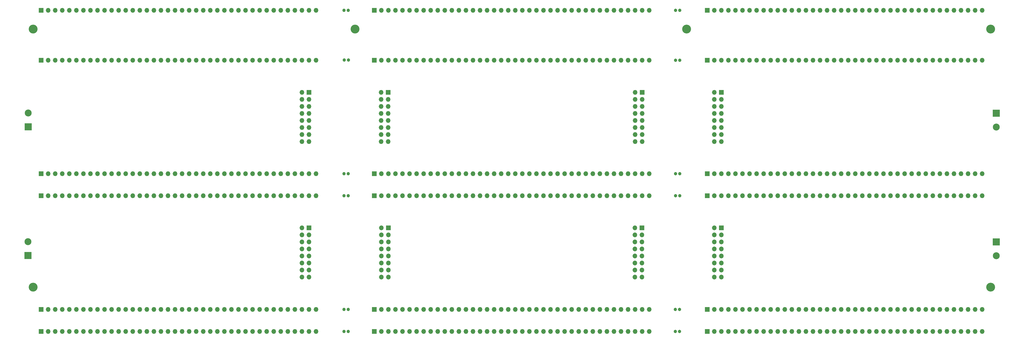
<source format=gbs>
G04 #@! TF.GenerationSoftware,KiCad,Pcbnew,(5.1.9)-1*
G04 #@! TF.CreationDate,2022-11-18T18:44:01-05:00*
G04 #@! TF.ProjectId,backplane,6261636b-706c-4616-9e65-2e6b69636164,rev?*
G04 #@! TF.SameCoordinates,Original*
G04 #@! TF.FileFunction,Soldermask,Bot*
G04 #@! TF.FilePolarity,Negative*
%FSLAX46Y46*%
G04 Gerber Fmt 4.6, Leading zero omitted, Abs format (unit mm)*
G04 Created by KiCad (PCBNEW (5.1.9)-1) date 2022-11-18 18:44:01*
%MOMM*%
%LPD*%
G01*
G04 APERTURE LIST*
%ADD10C,2.500000*%
%ADD11R,2.500000X2.500000*%
%ADD12C,3.200000*%
%ADD13C,1.200000*%
%ADD14O,1.700000X1.700000*%
%ADD15R,1.700000X1.700000*%
G04 APERTURE END LIST*
D10*
X391910000Y-135650000D03*
D11*
X391910000Y-130650000D03*
D10*
X391950000Y-89120000D03*
D11*
X391950000Y-84120000D03*
D10*
X43000000Y-130550000D03*
D11*
X43000000Y-135550000D03*
D10*
X43100000Y-84110000D03*
D11*
X43100000Y-89110000D03*
D12*
X280400000Y-53800000D03*
X160900000Y-53800000D03*
X389900000Y-147000000D03*
X44900000Y-147000000D03*
X44900000Y-53800000D03*
X389900000Y-53800000D03*
D13*
X277800000Y-163000000D03*
X276300000Y-163000000D03*
X277800000Y-155000000D03*
X276300000Y-155000000D03*
X277900000Y-114000000D03*
X276400000Y-114000000D03*
X277900000Y-106000000D03*
X276400000Y-106000000D03*
X277900000Y-65000000D03*
X276400000Y-65000000D03*
X277900000Y-47000000D03*
X276400000Y-47000000D03*
X158400000Y-163000000D03*
X156900000Y-163000000D03*
X158400000Y-155000000D03*
X156900000Y-155000000D03*
X158400000Y-114000000D03*
X156900000Y-114000000D03*
X158400000Y-106000000D03*
X156900000Y-106000000D03*
X158500000Y-64900000D03*
X157000000Y-64900000D03*
X158400000Y-47000000D03*
X156900000Y-47000000D03*
D14*
X290360000Y-143380000D03*
X292900000Y-143380000D03*
X290360000Y-140840000D03*
X292900000Y-140840000D03*
X290360000Y-138300000D03*
X292900000Y-138300000D03*
X290360000Y-135760000D03*
X292900000Y-135760000D03*
X290360000Y-133220000D03*
X292900000Y-133220000D03*
X290360000Y-130680000D03*
X292900000Y-130680000D03*
X290360000Y-128140000D03*
X292900000Y-128140000D03*
X290360000Y-125600000D03*
D15*
X292900000Y-125600000D03*
D14*
X261760000Y-143380000D03*
X264300000Y-143380000D03*
X261760000Y-140840000D03*
X264300000Y-140840000D03*
X261760000Y-138300000D03*
X264300000Y-138300000D03*
X261760000Y-135760000D03*
X264300000Y-135760000D03*
X261760000Y-133220000D03*
X264300000Y-133220000D03*
X261760000Y-130680000D03*
X264300000Y-130680000D03*
X261760000Y-128140000D03*
X264300000Y-128140000D03*
X261760000Y-125600000D03*
D15*
X264300000Y-125600000D03*
D14*
X170360000Y-143380000D03*
X172900000Y-143380000D03*
X170360000Y-140840000D03*
X172900000Y-140840000D03*
X170360000Y-138300000D03*
X172900000Y-138300000D03*
X170360000Y-135760000D03*
X172900000Y-135760000D03*
X170360000Y-133220000D03*
X172900000Y-133220000D03*
X170360000Y-130680000D03*
X172900000Y-130680000D03*
X170360000Y-128140000D03*
X172900000Y-128140000D03*
X170360000Y-125600000D03*
D15*
X172900000Y-125600000D03*
D14*
X141760000Y-143380000D03*
X144300000Y-143380000D03*
X141760000Y-140840000D03*
X144300000Y-140840000D03*
X141760000Y-138300000D03*
X144300000Y-138300000D03*
X141760000Y-135760000D03*
X144300000Y-135760000D03*
X141760000Y-133220000D03*
X144300000Y-133220000D03*
X141760000Y-130680000D03*
X144300000Y-130680000D03*
X141760000Y-128140000D03*
X144300000Y-128140000D03*
X141760000Y-125600000D03*
D15*
X144300000Y-125600000D03*
D14*
X290360000Y-94380000D03*
X292900000Y-94380000D03*
X290360000Y-91840000D03*
X292900000Y-91840000D03*
X290360000Y-89300000D03*
X292900000Y-89300000D03*
X290360000Y-86760000D03*
X292900000Y-86760000D03*
X290360000Y-84220000D03*
X292900000Y-84220000D03*
X290360000Y-81680000D03*
X292900000Y-81680000D03*
X290360000Y-79140000D03*
X292900000Y-79140000D03*
X290360000Y-76600000D03*
D15*
X292900000Y-76600000D03*
D14*
X261800000Y-94380000D03*
X264340000Y-94380000D03*
X261800000Y-91840000D03*
X264340000Y-91840000D03*
X261800000Y-89300000D03*
X264340000Y-89300000D03*
X261800000Y-86760000D03*
X264340000Y-86760000D03*
X261800000Y-84220000D03*
X264340000Y-84220000D03*
X261800000Y-81680000D03*
X264340000Y-81680000D03*
X261800000Y-79140000D03*
X264340000Y-79140000D03*
X261800000Y-76600000D03*
D15*
X264340000Y-76600000D03*
D14*
X170260000Y-94380000D03*
X172800000Y-94380000D03*
X170260000Y-91840000D03*
X172800000Y-91840000D03*
X170260000Y-89300000D03*
X172800000Y-89300000D03*
X170260000Y-86760000D03*
X172800000Y-86760000D03*
X170260000Y-84220000D03*
X172800000Y-84220000D03*
X170260000Y-81680000D03*
X172800000Y-81680000D03*
X170260000Y-79140000D03*
X172800000Y-79140000D03*
X170260000Y-76600000D03*
D15*
X172800000Y-76600000D03*
D14*
X386860000Y-47000000D03*
X384320000Y-47000000D03*
X381780000Y-47000000D03*
X379240000Y-47000000D03*
X376700000Y-47000000D03*
X374160000Y-47000000D03*
X371620000Y-47000000D03*
X369080000Y-47000000D03*
X366540000Y-47000000D03*
X364000000Y-47000000D03*
X361460000Y-47000000D03*
X358920000Y-47000000D03*
X356380000Y-47000000D03*
X353840000Y-47000000D03*
X351300000Y-47000000D03*
X348760000Y-47000000D03*
X346220000Y-47000000D03*
X343680000Y-47000000D03*
X341140000Y-47000000D03*
X338600000Y-47000000D03*
X336060000Y-47000000D03*
X333520000Y-47000000D03*
X330980000Y-47000000D03*
X328440000Y-47000000D03*
X325900000Y-47000000D03*
X323360000Y-47000000D03*
X320820000Y-47000000D03*
X318280000Y-47000000D03*
X315740000Y-47000000D03*
X313200000Y-47000000D03*
X310660000Y-47000000D03*
X308120000Y-47000000D03*
X305580000Y-47000000D03*
X303040000Y-47000000D03*
X300500000Y-47000000D03*
X297960000Y-47000000D03*
X295420000Y-47000000D03*
X292880000Y-47000000D03*
X290340000Y-47000000D03*
D15*
X287800000Y-47000000D03*
D14*
X386860000Y-65000000D03*
X384320000Y-65000000D03*
X381780000Y-65000000D03*
X379240000Y-65000000D03*
X376700000Y-65000000D03*
X374160000Y-65000000D03*
X371620000Y-65000000D03*
X369080000Y-65000000D03*
X366540000Y-65000000D03*
X364000000Y-65000000D03*
X361460000Y-65000000D03*
X358920000Y-65000000D03*
X356380000Y-65000000D03*
X353840000Y-65000000D03*
X351300000Y-65000000D03*
X348760000Y-65000000D03*
X346220000Y-65000000D03*
X343680000Y-65000000D03*
X341140000Y-65000000D03*
X338600000Y-65000000D03*
X336060000Y-65000000D03*
X333520000Y-65000000D03*
X330980000Y-65000000D03*
X328440000Y-65000000D03*
X325900000Y-65000000D03*
X323360000Y-65000000D03*
X320820000Y-65000000D03*
X318280000Y-65000000D03*
X315740000Y-65000000D03*
X313200000Y-65000000D03*
X310660000Y-65000000D03*
X308120000Y-65000000D03*
X305580000Y-65000000D03*
X303040000Y-65000000D03*
X300500000Y-65000000D03*
X297960000Y-65000000D03*
X295420000Y-65000000D03*
X292880000Y-65000000D03*
X290340000Y-65000000D03*
D15*
X287800000Y-65000000D03*
D14*
X386860000Y-106000000D03*
X384320000Y-106000000D03*
X381780000Y-106000000D03*
X379240000Y-106000000D03*
X376700000Y-106000000D03*
X374160000Y-106000000D03*
X371620000Y-106000000D03*
X369080000Y-106000000D03*
X366540000Y-106000000D03*
X364000000Y-106000000D03*
X361460000Y-106000000D03*
X358920000Y-106000000D03*
X356380000Y-106000000D03*
X353840000Y-106000000D03*
X351300000Y-106000000D03*
X348760000Y-106000000D03*
X346220000Y-106000000D03*
X343680000Y-106000000D03*
X341140000Y-106000000D03*
X338600000Y-106000000D03*
X336060000Y-106000000D03*
X333520000Y-106000000D03*
X330980000Y-106000000D03*
X328440000Y-106000000D03*
X325900000Y-106000000D03*
X323360000Y-106000000D03*
X320820000Y-106000000D03*
X318280000Y-106000000D03*
X315740000Y-106000000D03*
X313200000Y-106000000D03*
X310660000Y-106000000D03*
X308120000Y-106000000D03*
X305580000Y-106000000D03*
X303040000Y-106000000D03*
X300500000Y-106000000D03*
X297960000Y-106000000D03*
X295420000Y-106000000D03*
X292880000Y-106000000D03*
X290340000Y-106000000D03*
D15*
X287800000Y-106000000D03*
D14*
X386861040Y-114000000D03*
X384321040Y-114000000D03*
X381781040Y-114000000D03*
X379241040Y-114000000D03*
X376701040Y-114000000D03*
X374161040Y-114000000D03*
X371621040Y-114000000D03*
X369081040Y-114000000D03*
X366541040Y-114000000D03*
X364001040Y-114000000D03*
X361461040Y-114000000D03*
X358921040Y-114000000D03*
X356381040Y-114000000D03*
X353841040Y-114000000D03*
X351301040Y-114000000D03*
X348761040Y-114000000D03*
X346221040Y-114000000D03*
X343681040Y-114000000D03*
X341141040Y-114000000D03*
X338601040Y-114000000D03*
X336061040Y-114000000D03*
X333521040Y-114000000D03*
X330981040Y-114000000D03*
X328441040Y-114000000D03*
X325901040Y-114000000D03*
X323361040Y-114000000D03*
X320821040Y-114000000D03*
X318281040Y-114000000D03*
X315741040Y-114000000D03*
X313201040Y-114000000D03*
X310661040Y-114000000D03*
X308121040Y-114000000D03*
X305581040Y-114000000D03*
X303041040Y-114000000D03*
X300501040Y-114000000D03*
X297961040Y-114000000D03*
X295421040Y-114000000D03*
X292881040Y-114000000D03*
X290341040Y-114000000D03*
D15*
X287801040Y-114000000D03*
D14*
X386860000Y-155000000D03*
X384320000Y-155000000D03*
X381780000Y-155000000D03*
X379240000Y-155000000D03*
X376700000Y-155000000D03*
X374160000Y-155000000D03*
X371620000Y-155000000D03*
X369080000Y-155000000D03*
X366540000Y-155000000D03*
X364000000Y-155000000D03*
X361460000Y-155000000D03*
X358920000Y-155000000D03*
X356380000Y-155000000D03*
X353840000Y-155000000D03*
X351300000Y-155000000D03*
X348760000Y-155000000D03*
X346220000Y-155000000D03*
X343680000Y-155000000D03*
X341140000Y-155000000D03*
X338600000Y-155000000D03*
X336060000Y-155000000D03*
X333520000Y-155000000D03*
X330980000Y-155000000D03*
X328440000Y-155000000D03*
X325900000Y-155000000D03*
X323360000Y-155000000D03*
X320820000Y-155000000D03*
X318280000Y-155000000D03*
X315740000Y-155000000D03*
X313200000Y-155000000D03*
X310660000Y-155000000D03*
X308120000Y-155000000D03*
X305580000Y-155000000D03*
X303040000Y-155000000D03*
X300500000Y-155000000D03*
X297960000Y-155000000D03*
X295420000Y-155000000D03*
X292880000Y-155000000D03*
X290340000Y-155000000D03*
D15*
X287800000Y-155000000D03*
D14*
X386860000Y-163000000D03*
X384320000Y-163000000D03*
X381780000Y-163000000D03*
X379240000Y-163000000D03*
X376700000Y-163000000D03*
X374160000Y-163000000D03*
X371620000Y-163000000D03*
X369080000Y-163000000D03*
X366540000Y-163000000D03*
X364000000Y-163000000D03*
X361460000Y-163000000D03*
X358920000Y-163000000D03*
X356380000Y-163000000D03*
X353840000Y-163000000D03*
X351300000Y-163000000D03*
X348760000Y-163000000D03*
X346220000Y-163000000D03*
X343680000Y-163000000D03*
X341140000Y-163000000D03*
X338600000Y-163000000D03*
X336060000Y-163000000D03*
X333520000Y-163000000D03*
X330980000Y-163000000D03*
X328440000Y-163000000D03*
X325900000Y-163000000D03*
X323360000Y-163000000D03*
X320820000Y-163000000D03*
X318280000Y-163000000D03*
X315740000Y-163000000D03*
X313200000Y-163000000D03*
X310660000Y-163000000D03*
X308120000Y-163000000D03*
X305580000Y-163000000D03*
X303040000Y-163000000D03*
X300500000Y-163000000D03*
X297960000Y-163000000D03*
X295420000Y-163000000D03*
X292880000Y-163000000D03*
X290340000Y-163000000D03*
D15*
X287800000Y-163000000D03*
D14*
X266860000Y-47000000D03*
X264320000Y-47000000D03*
X261780000Y-47000000D03*
X259240000Y-47000000D03*
X256700000Y-47000000D03*
X254160000Y-47000000D03*
X251620000Y-47000000D03*
X249080000Y-47000000D03*
X246540000Y-47000000D03*
X244000000Y-47000000D03*
X241460000Y-47000000D03*
X238920000Y-47000000D03*
X236380000Y-47000000D03*
X233840000Y-47000000D03*
X231300000Y-47000000D03*
X228760000Y-47000000D03*
X226220000Y-47000000D03*
X223680000Y-47000000D03*
X221140000Y-47000000D03*
X218600000Y-47000000D03*
X216060000Y-47000000D03*
X213520000Y-47000000D03*
X210980000Y-47000000D03*
X208440000Y-47000000D03*
X205900000Y-47000000D03*
X203360000Y-47000000D03*
X200820000Y-47000000D03*
X198280000Y-47000000D03*
X195740000Y-47000000D03*
X193200000Y-47000000D03*
X190660000Y-47000000D03*
X188120000Y-47000000D03*
X185580000Y-47000000D03*
X183040000Y-47000000D03*
X180500000Y-47000000D03*
X177960000Y-47000000D03*
X175420000Y-47000000D03*
X172880000Y-47000000D03*
X170340000Y-47000000D03*
D15*
X167800000Y-47000000D03*
D14*
X266860000Y-65000000D03*
X264320000Y-65000000D03*
X261780000Y-65000000D03*
X259240000Y-65000000D03*
X256700000Y-65000000D03*
X254160000Y-65000000D03*
X251620000Y-65000000D03*
X249080000Y-65000000D03*
X246540000Y-65000000D03*
X244000000Y-65000000D03*
X241460000Y-65000000D03*
X238920000Y-65000000D03*
X236380000Y-65000000D03*
X233840000Y-65000000D03*
X231300000Y-65000000D03*
X228760000Y-65000000D03*
X226220000Y-65000000D03*
X223680000Y-65000000D03*
X221140000Y-65000000D03*
X218600000Y-65000000D03*
X216060000Y-65000000D03*
X213520000Y-65000000D03*
X210980000Y-65000000D03*
X208440000Y-65000000D03*
X205900000Y-65000000D03*
X203360000Y-65000000D03*
X200820000Y-65000000D03*
X198280000Y-65000000D03*
X195740000Y-65000000D03*
X193200000Y-65000000D03*
X190660000Y-65000000D03*
X188120000Y-65000000D03*
X185580000Y-65000000D03*
X183040000Y-65000000D03*
X180500000Y-65000000D03*
X177960000Y-65000000D03*
X175420000Y-65000000D03*
X172880000Y-65000000D03*
X170340000Y-65000000D03*
D15*
X167800000Y-65000000D03*
D14*
X266860000Y-106000000D03*
X264320000Y-106000000D03*
X261780000Y-106000000D03*
X259240000Y-106000000D03*
X256700000Y-106000000D03*
X254160000Y-106000000D03*
X251620000Y-106000000D03*
X249080000Y-106000000D03*
X246540000Y-106000000D03*
X244000000Y-106000000D03*
X241460000Y-106000000D03*
X238920000Y-106000000D03*
X236380000Y-106000000D03*
X233840000Y-106000000D03*
X231300000Y-106000000D03*
X228760000Y-106000000D03*
X226220000Y-106000000D03*
X223680000Y-106000000D03*
X221140000Y-106000000D03*
X218600000Y-106000000D03*
X216060000Y-106000000D03*
X213520000Y-106000000D03*
X210980000Y-106000000D03*
X208440000Y-106000000D03*
X205900000Y-106000000D03*
X203360000Y-106000000D03*
X200820000Y-106000000D03*
X198280000Y-106000000D03*
X195740000Y-106000000D03*
X193200000Y-106000000D03*
X190660000Y-106000000D03*
X188120000Y-106000000D03*
X185580000Y-106000000D03*
X183040000Y-106000000D03*
X180500000Y-106000000D03*
X177960000Y-106000000D03*
X175420000Y-106000000D03*
X172880000Y-106000000D03*
X170340000Y-106000000D03*
D15*
X167800000Y-106000000D03*
D14*
X266860000Y-114000000D03*
X264320000Y-114000000D03*
X261780000Y-114000000D03*
X259240000Y-114000000D03*
X256700000Y-114000000D03*
X254160000Y-114000000D03*
X251620000Y-114000000D03*
X249080000Y-114000000D03*
X246540000Y-114000000D03*
X244000000Y-114000000D03*
X241460000Y-114000000D03*
X238920000Y-114000000D03*
X236380000Y-114000000D03*
X233840000Y-114000000D03*
X231300000Y-114000000D03*
X228760000Y-114000000D03*
X226220000Y-114000000D03*
X223680000Y-114000000D03*
X221140000Y-114000000D03*
X218600000Y-114000000D03*
X216060000Y-114000000D03*
X213520000Y-114000000D03*
X210980000Y-114000000D03*
X208440000Y-114000000D03*
X205900000Y-114000000D03*
X203360000Y-114000000D03*
X200820000Y-114000000D03*
X198280000Y-114000000D03*
X195740000Y-114000000D03*
X193200000Y-114000000D03*
X190660000Y-114000000D03*
X188120000Y-114000000D03*
X185580000Y-114000000D03*
X183040000Y-114000000D03*
X180500000Y-114000000D03*
X177960000Y-114000000D03*
X175420000Y-114000000D03*
X172880000Y-114000000D03*
X170340000Y-114000000D03*
D15*
X167800000Y-114000000D03*
D14*
X266860000Y-155000000D03*
X264320000Y-155000000D03*
X261780000Y-155000000D03*
X259240000Y-155000000D03*
X256700000Y-155000000D03*
X254160000Y-155000000D03*
X251620000Y-155000000D03*
X249080000Y-155000000D03*
X246540000Y-155000000D03*
X244000000Y-155000000D03*
X241460000Y-155000000D03*
X238920000Y-155000000D03*
X236380000Y-155000000D03*
X233840000Y-155000000D03*
X231300000Y-155000000D03*
X228760000Y-155000000D03*
X226220000Y-155000000D03*
X223680000Y-155000000D03*
X221140000Y-155000000D03*
X218600000Y-155000000D03*
X216060000Y-155000000D03*
X213520000Y-155000000D03*
X210980000Y-155000000D03*
X208440000Y-155000000D03*
X205900000Y-155000000D03*
X203360000Y-155000000D03*
X200820000Y-155000000D03*
X198280000Y-155000000D03*
X195740000Y-155000000D03*
X193200000Y-155000000D03*
X190660000Y-155000000D03*
X188120000Y-155000000D03*
X185580000Y-155000000D03*
X183040000Y-155000000D03*
X180500000Y-155000000D03*
X177960000Y-155000000D03*
X175420000Y-155000000D03*
X172880000Y-155000000D03*
X170340000Y-155000000D03*
D15*
X167800000Y-155000000D03*
D14*
X266860000Y-163000000D03*
X264320000Y-163000000D03*
X261780000Y-163000000D03*
X259240000Y-163000000D03*
X256700000Y-163000000D03*
X254160000Y-163000000D03*
X251620000Y-163000000D03*
X249080000Y-163000000D03*
X246540000Y-163000000D03*
X244000000Y-163000000D03*
X241460000Y-163000000D03*
X238920000Y-163000000D03*
X236380000Y-163000000D03*
X233840000Y-163000000D03*
X231300000Y-163000000D03*
X228760000Y-163000000D03*
X226220000Y-163000000D03*
X223680000Y-163000000D03*
X221140000Y-163000000D03*
X218600000Y-163000000D03*
X216060000Y-163000000D03*
X213520000Y-163000000D03*
X210980000Y-163000000D03*
X208440000Y-163000000D03*
X205900000Y-163000000D03*
X203360000Y-163000000D03*
X200820000Y-163000000D03*
X198280000Y-163000000D03*
X195740000Y-163000000D03*
X193200000Y-163000000D03*
X190660000Y-163000000D03*
X188120000Y-163000000D03*
X185580000Y-163000000D03*
X183040000Y-163000000D03*
X180500000Y-163000000D03*
X177960000Y-163000000D03*
X175420000Y-163000000D03*
X172880000Y-163000000D03*
X170340000Y-163000000D03*
D15*
X167800000Y-163000000D03*
D14*
X146860000Y-47000000D03*
X144320000Y-47000000D03*
X141780000Y-47000000D03*
X139240000Y-47000000D03*
X136700000Y-47000000D03*
X134160000Y-47000000D03*
X131620000Y-47000000D03*
X129080000Y-47000000D03*
X126540000Y-47000000D03*
X124000000Y-47000000D03*
X121460000Y-47000000D03*
X118920000Y-47000000D03*
X116380000Y-47000000D03*
X113840000Y-47000000D03*
X111300000Y-47000000D03*
X108760000Y-47000000D03*
X106220000Y-47000000D03*
X103680000Y-47000000D03*
X101140000Y-47000000D03*
X98600000Y-47000000D03*
X96060000Y-47000000D03*
X93520000Y-47000000D03*
X90980000Y-47000000D03*
X88440000Y-47000000D03*
X85900000Y-47000000D03*
X83360000Y-47000000D03*
X80820000Y-47000000D03*
X78280000Y-47000000D03*
X75740000Y-47000000D03*
X73200000Y-47000000D03*
X70660000Y-47000000D03*
X68120000Y-47000000D03*
X65580000Y-47000000D03*
X63040000Y-47000000D03*
X60500000Y-47000000D03*
X57960000Y-47000000D03*
X55420000Y-47000000D03*
X52880000Y-47000000D03*
X50340000Y-47000000D03*
D15*
X47800000Y-47000000D03*
D14*
X146860000Y-65000000D03*
X144320000Y-65000000D03*
X141780000Y-65000000D03*
X139240000Y-65000000D03*
X136700000Y-65000000D03*
X134160000Y-65000000D03*
X131620000Y-65000000D03*
X129080000Y-65000000D03*
X126540000Y-65000000D03*
X124000000Y-65000000D03*
X121460000Y-65000000D03*
X118920000Y-65000000D03*
X116380000Y-65000000D03*
X113840000Y-65000000D03*
X111300000Y-65000000D03*
X108760000Y-65000000D03*
X106220000Y-65000000D03*
X103680000Y-65000000D03*
X101140000Y-65000000D03*
X98600000Y-65000000D03*
X96060000Y-65000000D03*
X93520000Y-65000000D03*
X90980000Y-65000000D03*
X88440000Y-65000000D03*
X85900000Y-65000000D03*
X83360000Y-65000000D03*
X80820000Y-65000000D03*
X78280000Y-65000000D03*
X75740000Y-65000000D03*
X73200000Y-65000000D03*
X70660000Y-65000000D03*
X68120000Y-65000000D03*
X65580000Y-65000000D03*
X63040000Y-65000000D03*
X60500000Y-65000000D03*
X57960000Y-65000000D03*
X55420000Y-65000000D03*
X52880000Y-65000000D03*
X50340000Y-65000000D03*
D15*
X47800000Y-65000000D03*
D14*
X146860000Y-106000000D03*
X144320000Y-106000000D03*
X141780000Y-106000000D03*
X139240000Y-106000000D03*
X136700000Y-106000000D03*
X134160000Y-106000000D03*
X131620000Y-106000000D03*
X129080000Y-106000000D03*
X126540000Y-106000000D03*
X124000000Y-106000000D03*
X121460000Y-106000000D03*
X118920000Y-106000000D03*
X116380000Y-106000000D03*
X113840000Y-106000000D03*
X111300000Y-106000000D03*
X108760000Y-106000000D03*
X106220000Y-106000000D03*
X103680000Y-106000000D03*
X101140000Y-106000000D03*
X98600000Y-106000000D03*
X96060000Y-106000000D03*
X93520000Y-106000000D03*
X90980000Y-106000000D03*
X88440000Y-106000000D03*
X85900000Y-106000000D03*
X83360000Y-106000000D03*
X80820000Y-106000000D03*
X78280000Y-106000000D03*
X75740000Y-106000000D03*
X73200000Y-106000000D03*
X70660000Y-106000000D03*
X68120000Y-106000000D03*
X65580000Y-106000000D03*
X63040000Y-106000000D03*
X60500000Y-106000000D03*
X57960000Y-106000000D03*
X55420000Y-106000000D03*
X52880000Y-106000000D03*
X50340000Y-106000000D03*
D15*
X47800000Y-106000000D03*
D14*
X146860000Y-114000000D03*
X144320000Y-114000000D03*
X141780000Y-114000000D03*
X139240000Y-114000000D03*
X136700000Y-114000000D03*
X134160000Y-114000000D03*
X131620000Y-114000000D03*
X129080000Y-114000000D03*
X126540000Y-114000000D03*
X124000000Y-114000000D03*
X121460000Y-114000000D03*
X118920000Y-114000000D03*
X116380000Y-114000000D03*
X113840000Y-114000000D03*
X111300000Y-114000000D03*
X108760000Y-114000000D03*
X106220000Y-114000000D03*
X103680000Y-114000000D03*
X101140000Y-114000000D03*
X98600000Y-114000000D03*
X96060000Y-114000000D03*
X93520000Y-114000000D03*
X90980000Y-114000000D03*
X88440000Y-114000000D03*
X85900000Y-114000000D03*
X83360000Y-114000000D03*
X80820000Y-114000000D03*
X78280000Y-114000000D03*
X75740000Y-114000000D03*
X73200000Y-114000000D03*
X70660000Y-114000000D03*
X68120000Y-114000000D03*
X65580000Y-114000000D03*
X63040000Y-114000000D03*
X60500000Y-114000000D03*
X57960000Y-114000000D03*
X55420000Y-114000000D03*
X52880000Y-114000000D03*
X50340000Y-114000000D03*
D15*
X47800000Y-114000000D03*
D14*
X146860000Y-155000000D03*
X144320000Y-155000000D03*
X141780000Y-155000000D03*
X139240000Y-155000000D03*
X136700000Y-155000000D03*
X134160000Y-155000000D03*
X131620000Y-155000000D03*
X129080000Y-155000000D03*
X126540000Y-155000000D03*
X124000000Y-155000000D03*
X121460000Y-155000000D03*
X118920000Y-155000000D03*
X116380000Y-155000000D03*
X113840000Y-155000000D03*
X111300000Y-155000000D03*
X108760000Y-155000000D03*
X106220000Y-155000000D03*
X103680000Y-155000000D03*
X101140000Y-155000000D03*
X98600000Y-155000000D03*
X96060000Y-155000000D03*
X93520000Y-155000000D03*
X90980000Y-155000000D03*
X88440000Y-155000000D03*
X85900000Y-155000000D03*
X83360000Y-155000000D03*
X80820000Y-155000000D03*
X78280000Y-155000000D03*
X75740000Y-155000000D03*
X73200000Y-155000000D03*
X70660000Y-155000000D03*
X68120000Y-155000000D03*
X65580000Y-155000000D03*
X63040000Y-155000000D03*
X60500000Y-155000000D03*
X57960000Y-155000000D03*
X55420000Y-155000000D03*
X52880000Y-155000000D03*
X50340000Y-155000000D03*
D15*
X47800000Y-155000000D03*
D14*
X146860000Y-163000000D03*
X144320000Y-163000000D03*
X141780000Y-163000000D03*
X139240000Y-163000000D03*
X136700000Y-163000000D03*
X134160000Y-163000000D03*
X131620000Y-163000000D03*
X129080000Y-163000000D03*
X126540000Y-163000000D03*
X124000000Y-163000000D03*
X121460000Y-163000000D03*
X118920000Y-163000000D03*
X116380000Y-163000000D03*
X113840000Y-163000000D03*
X111300000Y-163000000D03*
X108760000Y-163000000D03*
X106220000Y-163000000D03*
X103680000Y-163000000D03*
X101140000Y-163000000D03*
X98600000Y-163000000D03*
X96060000Y-163000000D03*
X93520000Y-163000000D03*
X90980000Y-163000000D03*
X88440000Y-163000000D03*
X85900000Y-163000000D03*
X83360000Y-163000000D03*
X80820000Y-163000000D03*
X78280000Y-163000000D03*
X75740000Y-163000000D03*
X73200000Y-163000000D03*
X70660000Y-163000000D03*
X68120000Y-163000000D03*
X65580000Y-163000000D03*
X63040000Y-163000000D03*
X60500000Y-163000000D03*
X57960000Y-163000000D03*
X55420000Y-163000000D03*
X52880000Y-163000000D03*
X50340000Y-163000000D03*
D15*
X47800000Y-163000000D03*
D14*
X141760000Y-94380000D03*
X144300000Y-94380000D03*
X141760000Y-91840000D03*
X144300000Y-91840000D03*
X141760000Y-89300000D03*
X144300000Y-89300000D03*
X141760000Y-86760000D03*
X144300000Y-86760000D03*
X141760000Y-84220000D03*
X144300000Y-84220000D03*
X141760000Y-81680000D03*
X144300000Y-81680000D03*
X141760000Y-79140000D03*
X144300000Y-79140000D03*
X141760000Y-76600000D03*
D15*
X144300000Y-76600000D03*
M02*

</source>
